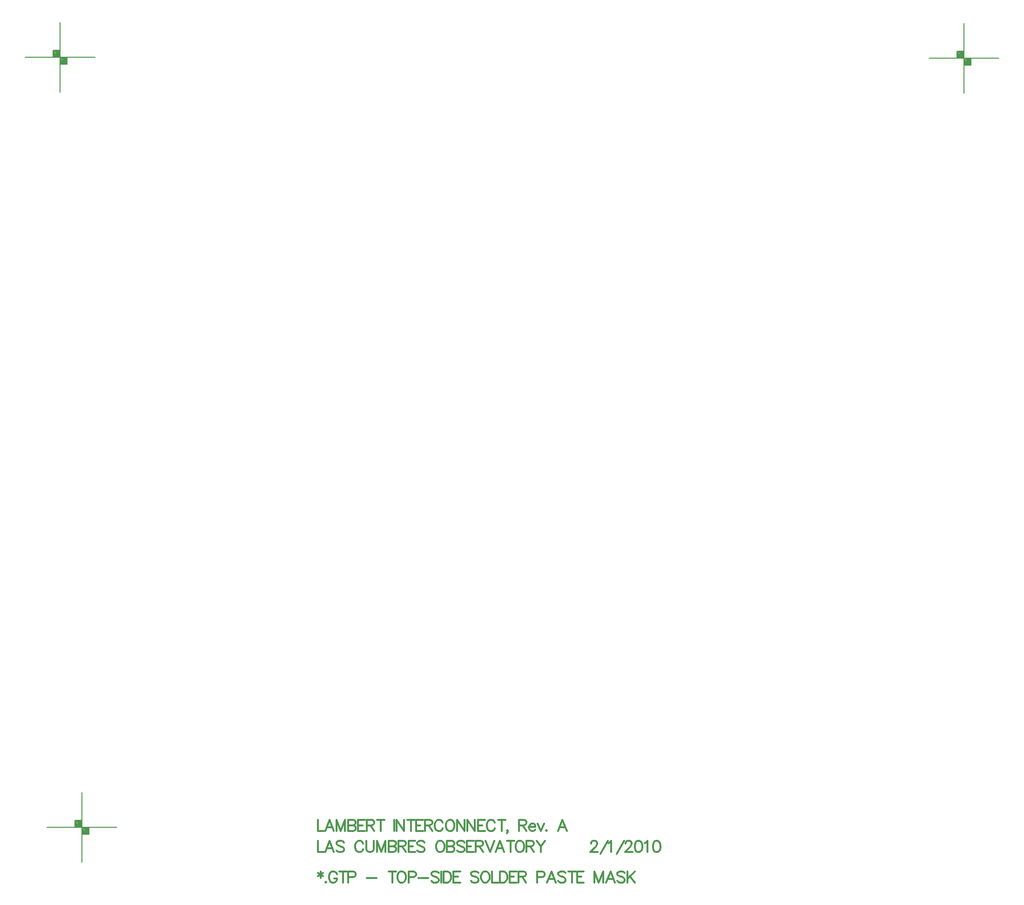
<source format=gtp>
%FSLAX25Y25*%
%MOIN*%
G70*
G01*
G75*
G04 Layer_Color=8421504*
%ADD10C,0.01000*%
%ADD11C,0.03000*%
%ADD12C,0.01201*%
%ADD13C,0.00800*%
%ADD14C,0.01200*%
%ADD15C,0.01201*%
%ADD16R,0.05906X0.05906*%
%ADD17C,0.05906*%
%ADD18C,0.27559*%
%ADD19R,0.05906X0.05906*%
%ADD20R,0.12000X0.12000*%
%ADD21C,0.12000*%
%ADD22C,0.25000*%
%ADD23R,0.06200X0.06200*%
%ADD24C,0.06200*%
%ADD25C,0.02400*%
%ADD26C,0.04000*%
%ADD27C,0.07543*%
%ADD28C,0.19748*%
G04:AMPARAMS|DCode=29|XSize=95.433mil|YSize=95.433mil|CornerRadius=0mil|HoleSize=0mil|Usage=FLASHONLY|Rotation=0.000|XOffset=0mil|YOffset=0mil|HoleType=Round|Shape=Relief|Width=10mil|Gap=10mil|Entries=4|*
%AMTHD29*
7,0,0,0.09543,0.07543,0.01000,45*
%
%ADD29THD29*%
%ADD30C,0.11000*%
G04:AMPARAMS|DCode=31|XSize=130mil|YSize=130mil|CornerRadius=0mil|HoleSize=0mil|Usage=FLASHONLY|Rotation=0.000|XOffset=0mil|YOffset=0mil|HoleType=Round|Shape=Relief|Width=10mil|Gap=10mil|Entries=4|*
%AMTHD31*
7,0,0,0.13000,0.11000,0.01000,45*
%
%ADD31THD31*%
%ADD32C,0.16000*%
%ADD33C,0.07500*%
G04:AMPARAMS|DCode=34|XSize=95mil|YSize=95mil|CornerRadius=0mil|HoleSize=0mil|Usage=FLASHONLY|Rotation=0.000|XOffset=0mil|YOffset=0mil|HoleType=Round|Shape=Relief|Width=10mil|Gap=10mil|Entries=4|*
%AMTHD34*
7,0,0,0.09500,0.07500,0.01000,45*
%
%ADD34THD34*%
%ADD35C,0.05000*%
%ADD36C,0.00500*%
%ADD37C,0.00787*%
%ADD38R,0.18504X0.26378*%
D13*
X-207028Y-72528D02*
X-157028D01*
X-182028Y-97528D02*
Y-47528D01*
X-187028Y-67528D02*
X-187028Y-72528D01*
X-187028Y-67528D02*
X-182028Y-67528D01*
X-177028Y-72528D02*
X-177028Y-77528D01*
X-182028Y-77528D02*
X-177028Y-77528D01*
X-181528Y-73028D02*
X-177528D01*
Y-77028D02*
Y-73028D01*
X-181528Y-77028D02*
X-177528D01*
X-181528D02*
Y-73028D01*
X-181028Y-73528D02*
X-178028D01*
Y-76528D02*
Y-73528D01*
X-181028Y-76528D02*
X-178028D01*
X-181028D02*
Y-74028D01*
X-180528D02*
X-178528D01*
X-178528Y-76028D01*
X-180528Y-76028D02*
X-178528Y-76028D01*
X-180528Y-76028D02*
Y-74528D01*
X-180028Y-74528D02*
X-179028Y-74528D01*
Y-75528D02*
Y-74528D01*
X-180028Y-75528D02*
X-179028D01*
X-180028D02*
X-180028Y-74528D01*
Y-75028D02*
X-179028D01*
X-186528Y-68028D02*
X-182528D01*
Y-72028D02*
Y-68028D01*
X-186528Y-72028D02*
X-182528D01*
X-186528D02*
Y-68028D01*
X-186028Y-68528D02*
X-183028D01*
Y-71528D02*
Y-68528D01*
X-186028Y-71528D02*
X-183028D01*
X-186028D02*
Y-69028D01*
X-185528D02*
X-183528Y-69028D01*
Y-71028D02*
Y-69028D01*
X-185528Y-71028D02*
X-183528D01*
X-185528D02*
Y-69528D01*
X-185028D02*
X-184028D01*
X-184028Y-70528D02*
X-184028Y-69528D01*
X-185028Y-70528D02*
X-184028Y-70528D01*
X-185028Y-70528D02*
Y-69528D01*
Y-70028D02*
X-184028D01*
X-222728Y479172D02*
X-172728D01*
X-197728Y454172D02*
Y504172D01*
X-202728Y484172D02*
X-202728Y479172D01*
X-202728Y484172D02*
X-197728Y484172D01*
X-192728Y479172D02*
X-192728Y474172D01*
X-197728Y474172D02*
X-192728Y474172D01*
X-197228Y478672D02*
X-193228D01*
Y474672D02*
Y478672D01*
X-197228Y474672D02*
X-193228D01*
X-197228D02*
Y478672D01*
X-196728Y478172D02*
X-193728D01*
Y475172D02*
Y478172D01*
X-196728Y475172D02*
X-193728D01*
X-196728D02*
Y477672D01*
X-196228D02*
X-194228D01*
X-194228Y475672D01*
X-196228Y475672D02*
X-194228Y475672D01*
X-196228Y475672D02*
Y477172D01*
X-195728Y477172D02*
X-194728Y477172D01*
Y476172D02*
Y477172D01*
X-195728Y476172D02*
X-194728D01*
X-195728D02*
X-195728Y477172D01*
Y476672D02*
X-194728D01*
X-202228Y483672D02*
X-198228D01*
Y479672D02*
Y483672D01*
X-202228Y479672D02*
X-198228D01*
X-202228D02*
Y483672D01*
X-201728Y483172D02*
X-198728D01*
Y480172D02*
Y483172D01*
X-201728Y480172D02*
X-198728D01*
X-201728D02*
Y482672D01*
X-201228D02*
X-199228Y482672D01*
Y480672D02*
Y482672D01*
X-201227Y480672D02*
X-199228D01*
X-201227D02*
Y482172D01*
X-200728D02*
X-199727D01*
X-199728Y481172D02*
X-199727Y482172D01*
X-200728Y481172D02*
X-199728Y481172D01*
X-200728Y481172D02*
Y482172D01*
Y481672D02*
X-199728D01*
X424872Y478372D02*
X474872D01*
X449872Y453372D02*
Y503372D01*
X444872Y483372D02*
X444873Y478372D01*
X444872Y483372D02*
X449872Y483372D01*
X454872Y478372D02*
X454872Y473372D01*
X449872Y473372D02*
X454872Y473372D01*
X450372Y477872D02*
X454372D01*
Y473872D02*
Y477872D01*
X450372Y473872D02*
X454372D01*
X450372D02*
Y477872D01*
X450872Y477372D02*
X453872D01*
Y474372D02*
Y477372D01*
X450872Y474372D02*
X453872D01*
X450872D02*
Y476872D01*
X451372D02*
X453372D01*
X453372Y474872D01*
X451372Y474872D02*
X453372Y474872D01*
X451372Y474872D02*
Y476372D01*
X451872Y476372D02*
X452872Y476372D01*
Y475372D02*
Y476372D01*
X451872Y475372D02*
X452872D01*
X451872D02*
X451872Y476372D01*
Y475872D02*
X452872D01*
X445372Y482872D02*
X449372D01*
Y478872D02*
Y482872D01*
X445372Y478872D02*
X449372D01*
X445372D02*
Y482872D01*
X445872Y482372D02*
X448872D01*
Y479372D02*
Y482372D01*
X445872Y479372D02*
X448872D01*
X445872D02*
Y481872D01*
X446372D02*
X448372Y481872D01*
Y479872D02*
Y481872D01*
X446373Y479872D02*
X448372D01*
X446373D02*
Y481372D01*
X446872D02*
X447872D01*
X447872Y480372D02*
X447872Y481372D01*
X446872Y480372D02*
X447872Y480372D01*
X446872Y480372D02*
Y481372D01*
Y480872D02*
X447872D01*
D14*
X-11088Y-104206D02*
Y-108777D01*
X-12992Y-105349D02*
X-9183Y-107634D01*
Y-105349D02*
X-12992Y-107634D01*
X-7165Y-111443D02*
X-7546Y-111824D01*
X-7165Y-112205D01*
X-6784Y-111824D01*
X-7165Y-111443D01*
X681Y-106111D02*
X300Y-105349D01*
X-461Y-104587D01*
X-1223Y-104206D01*
X-2747D01*
X-3508Y-104587D01*
X-4270Y-105349D01*
X-4651Y-106111D01*
X-5032Y-107253D01*
Y-109158D01*
X-4651Y-110300D01*
X-4270Y-111062D01*
X-3508Y-111824D01*
X-2747Y-112205D01*
X-1223D01*
X-461Y-111824D01*
X300Y-111062D01*
X681Y-110300D01*
Y-109158D01*
X-1223D02*
X681D01*
X5175Y-104206D02*
Y-112205D01*
X2509Y-104206D02*
X7841D01*
X8794Y-108396D02*
X12222D01*
X13364Y-108015D01*
X13745Y-107634D01*
X14126Y-106872D01*
Y-105730D01*
X13745Y-104968D01*
X13364Y-104587D01*
X12222Y-104206D01*
X8794D01*
Y-112205D01*
X22200Y-108777D02*
X29056D01*
X40368Y-104206D02*
Y-112205D01*
X37702Y-104206D02*
X43034D01*
X46271D02*
X45510Y-104587D01*
X44748Y-105349D01*
X44367Y-106111D01*
X43986Y-107253D01*
Y-109158D01*
X44367Y-110300D01*
X44748Y-111062D01*
X45510Y-111824D01*
X46271Y-112205D01*
X47795D01*
X48557Y-111824D01*
X49318Y-111062D01*
X49699Y-110300D01*
X50080Y-109158D01*
Y-107253D01*
X49699Y-106111D01*
X49318Y-105349D01*
X48557Y-104587D01*
X47795Y-104206D01*
X46271D01*
X51946Y-108396D02*
X55374D01*
X56517Y-108015D01*
X56898Y-107634D01*
X57279Y-106872D01*
Y-105730D01*
X56898Y-104968D01*
X56517Y-104587D01*
X55374Y-104206D01*
X51946D01*
Y-112205D01*
X59069Y-108777D02*
X65924D01*
X73618Y-105349D02*
X72856Y-104587D01*
X71714Y-104206D01*
X70190D01*
X69047Y-104587D01*
X68286Y-105349D01*
Y-106111D01*
X68667Y-106872D01*
X69047Y-107253D01*
X69809Y-107634D01*
X72094Y-108396D01*
X72856Y-108777D01*
X73237Y-109158D01*
X73618Y-109920D01*
Y-111062D01*
X72856Y-111824D01*
X71714Y-112205D01*
X70190D01*
X69047Y-111824D01*
X68286Y-111062D01*
X75408Y-104206D02*
Y-112205D01*
X77084Y-104206D02*
Y-112205D01*
Y-104206D02*
X79750D01*
X80892Y-104587D01*
X81654Y-105349D01*
X82035Y-106111D01*
X82416Y-107253D01*
Y-109158D01*
X82035Y-110300D01*
X81654Y-111062D01*
X80892Y-111824D01*
X79750Y-112205D01*
X77084D01*
X89157Y-104206D02*
X84206D01*
Y-112205D01*
X89157D01*
X84206Y-108015D02*
X87253D01*
X102107Y-105349D02*
X101345Y-104587D01*
X100203Y-104206D01*
X98679D01*
X97537Y-104587D01*
X96775Y-105349D01*
Y-106111D01*
X97156Y-106872D01*
X97537Y-107253D01*
X98298Y-107634D01*
X100584Y-108396D01*
X101345Y-108777D01*
X101726Y-109158D01*
X102107Y-109920D01*
Y-111062D01*
X101345Y-111824D01*
X100203Y-112205D01*
X98679D01*
X97537Y-111824D01*
X96775Y-111062D01*
X106182Y-104206D02*
X105421Y-104587D01*
X104659Y-105349D01*
X104278Y-106111D01*
X103897Y-107253D01*
Y-109158D01*
X104278Y-110300D01*
X104659Y-111062D01*
X105421Y-111824D01*
X106182Y-112205D01*
X107706D01*
X108468Y-111824D01*
X109229Y-111062D01*
X109610Y-110300D01*
X109991Y-109158D01*
Y-107253D01*
X109610Y-106111D01*
X109229Y-105349D01*
X108468Y-104587D01*
X107706Y-104206D01*
X106182D01*
X111857D02*
Y-112205D01*
X116428D01*
X117304Y-104206D02*
Y-112205D01*
Y-104206D02*
X119970D01*
X121113Y-104587D01*
X121874Y-105349D01*
X122255Y-106111D01*
X122636Y-107253D01*
Y-109158D01*
X122255Y-110300D01*
X121874Y-111062D01*
X121113Y-111824D01*
X119970Y-112205D01*
X117304D01*
X129377Y-104206D02*
X124426D01*
Y-112205D01*
X129377D01*
X124426Y-108015D02*
X127473D01*
X130710Y-104206D02*
Y-112205D01*
Y-104206D02*
X134138D01*
X135281Y-104587D01*
X135662Y-104968D01*
X136043Y-105730D01*
Y-106492D01*
X135662Y-107253D01*
X135281Y-107634D01*
X134138Y-108015D01*
X130710D01*
X133377D02*
X136043Y-112205D01*
X144117Y-108396D02*
X147545D01*
X148688Y-108015D01*
X149068Y-107634D01*
X149449Y-106872D01*
Y-105730D01*
X149068Y-104968D01*
X148688Y-104587D01*
X147545Y-104206D01*
X144117D01*
Y-112205D01*
X157333D02*
X154286Y-104206D01*
X151239Y-112205D01*
X152382Y-109539D02*
X156191D01*
X164532Y-105349D02*
X163770Y-104587D01*
X162627Y-104206D01*
X161104D01*
X159961Y-104587D01*
X159200Y-105349D01*
Y-106111D01*
X159580Y-106872D01*
X159961Y-107253D01*
X160723Y-107634D01*
X163008Y-108396D01*
X163770Y-108777D01*
X164151Y-109158D01*
X164532Y-109920D01*
Y-111062D01*
X163770Y-111824D01*
X162627Y-112205D01*
X161104D01*
X159961Y-111824D01*
X159200Y-111062D01*
X168988Y-104206D02*
Y-112205D01*
X166322Y-104206D02*
X171654D01*
X177558D02*
X172606D01*
Y-112205D01*
X177558D01*
X172606Y-108015D02*
X175653D01*
X185175Y-104206D02*
Y-112205D01*
Y-104206D02*
X188222Y-112205D01*
X191269Y-104206D02*
X188222Y-112205D01*
X191269Y-104206D02*
Y-112205D01*
X199648D02*
X196601Y-104206D01*
X193554Y-112205D01*
X194697Y-109539D02*
X198505D01*
X206846Y-105349D02*
X206085Y-104587D01*
X204942Y-104206D01*
X203419D01*
X202276Y-104587D01*
X201514Y-105349D01*
Y-106111D01*
X201895Y-106872D01*
X202276Y-107253D01*
X203038Y-107634D01*
X205323Y-108396D01*
X206085Y-108777D01*
X206466Y-109158D01*
X206846Y-109920D01*
Y-111062D01*
X206085Y-111824D01*
X204942Y-112205D01*
X203419D01*
X202276Y-111824D01*
X201514Y-111062D01*
X208637Y-104206D02*
Y-112205D01*
X213969Y-104206D02*
X208637Y-109539D01*
X210541Y-107634D02*
X213969Y-112205D01*
X-13028Y-67283D02*
Y-75281D01*
X-8458D01*
X-1488D02*
X-4535Y-67283D01*
X-7582Y-75281D01*
X-6439Y-72615D02*
X-2631D01*
X378Y-67283D02*
Y-75281D01*
Y-67283D02*
X3425Y-75281D01*
X6472Y-67283D02*
X3425Y-75281D01*
X6472Y-67283D02*
Y-75281D01*
X8758Y-67283D02*
Y-75281D01*
Y-67283D02*
X12185D01*
X13328Y-67664D01*
X13709Y-68045D01*
X14090Y-68806D01*
Y-69568D01*
X13709Y-70330D01*
X13328Y-70711D01*
X12185Y-71092D01*
X8758D02*
X12185D01*
X13328Y-71472D01*
X13709Y-71853D01*
X14090Y-72615D01*
Y-73758D01*
X13709Y-74519D01*
X13328Y-74900D01*
X12185Y-75281D01*
X8758D01*
X20831Y-67283D02*
X15880D01*
Y-75281D01*
X20831D01*
X15880Y-71092D02*
X18927D01*
X22164Y-67283D02*
Y-75281D01*
Y-67283D02*
X25592D01*
X26735Y-67664D01*
X27115Y-68045D01*
X27496Y-68806D01*
Y-69568D01*
X27115Y-70330D01*
X26735Y-70711D01*
X25592Y-71092D01*
X22164D01*
X24830D02*
X27496Y-75281D01*
X31953Y-67283D02*
Y-75281D01*
X29286Y-67283D02*
X34619D01*
X41855D02*
Y-75281D01*
X43531Y-67283D02*
Y-75281D01*
Y-67283D02*
X48863Y-75281D01*
Y-67283D02*
Y-75281D01*
X53738Y-67283D02*
Y-75281D01*
X51072Y-67283D02*
X56404D01*
X62308D02*
X57357D01*
Y-75281D01*
X62308D01*
X57357Y-71092D02*
X60404D01*
X63641Y-67283D02*
Y-75281D01*
Y-67283D02*
X67069D01*
X68211Y-67664D01*
X68592Y-68045D01*
X68973Y-68806D01*
Y-69568D01*
X68592Y-70330D01*
X68211Y-70711D01*
X67069Y-71092D01*
X63641D01*
X66307D02*
X68973Y-75281D01*
X76476Y-69187D02*
X76095Y-68425D01*
X75334Y-67664D01*
X74572Y-67283D01*
X73048D01*
X72287Y-67664D01*
X71525Y-68425D01*
X71144Y-69187D01*
X70763Y-70330D01*
Y-72234D01*
X71144Y-73377D01*
X71525Y-74138D01*
X72287Y-74900D01*
X73048Y-75281D01*
X74572D01*
X75334Y-74900D01*
X76095Y-74138D01*
X76476Y-73377D01*
X81009Y-67283D02*
X80247Y-67664D01*
X79485Y-68425D01*
X79104Y-69187D01*
X78723Y-70330D01*
Y-72234D01*
X79104Y-73377D01*
X79485Y-74138D01*
X80247Y-74900D01*
X81009Y-75281D01*
X82532D01*
X83294Y-74900D01*
X84056Y-74138D01*
X84437Y-73377D01*
X84817Y-72234D01*
Y-70330D01*
X84437Y-69187D01*
X84056Y-68425D01*
X83294Y-67664D01*
X82532Y-67283D01*
X81009D01*
X86684D02*
Y-75281D01*
Y-67283D02*
X92016Y-75281D01*
Y-67283D02*
Y-75281D01*
X94225Y-67283D02*
Y-75281D01*
Y-67283D02*
X99557Y-75281D01*
Y-67283D02*
Y-75281D01*
X106717Y-67283D02*
X101766D01*
Y-75281D01*
X106717D01*
X101766Y-71092D02*
X104813D01*
X113763Y-69187D02*
X113383Y-68425D01*
X112621Y-67664D01*
X111859Y-67283D01*
X110336D01*
X109574Y-67664D01*
X108812Y-68425D01*
X108431Y-69187D01*
X108051Y-70330D01*
Y-72234D01*
X108431Y-73377D01*
X108812Y-74138D01*
X109574Y-74900D01*
X110336Y-75281D01*
X111859D01*
X112621Y-74900D01*
X113383Y-74138D01*
X113763Y-73377D01*
X118677Y-67283D02*
Y-75281D01*
X116011Y-67283D02*
X121343D01*
X123057Y-74900D02*
X122676Y-75281D01*
X122295Y-74900D01*
X122676Y-74519D01*
X123057Y-74900D01*
Y-75662D01*
X122676Y-76424D01*
X122295Y-76805D01*
X131093Y-67283D02*
Y-75281D01*
Y-67283D02*
X134521D01*
X135664Y-67664D01*
X136045Y-68045D01*
X136425Y-68806D01*
Y-69568D01*
X136045Y-70330D01*
X135664Y-70711D01*
X134521Y-71092D01*
X131093D01*
X133759D02*
X136425Y-75281D01*
X138215Y-72234D02*
X142786D01*
Y-71472D01*
X142405Y-70711D01*
X142024Y-70330D01*
X141262Y-69949D01*
X140120D01*
X139358Y-70330D01*
X138596Y-71092D01*
X138215Y-72234D01*
Y-72996D01*
X138596Y-74138D01*
X139358Y-74900D01*
X140120Y-75281D01*
X141262D01*
X142024Y-74900D01*
X142786Y-74138D01*
X144500Y-69949D02*
X146785Y-75281D01*
X149070Y-69949D02*
X146785Y-75281D01*
X150746Y-74519D02*
X150365Y-74900D01*
X150746Y-75281D01*
X151127Y-74900D01*
X150746Y-74519D01*
X165257Y-75281D02*
X162210Y-67283D01*
X159163Y-75281D01*
X160306Y-72615D02*
X164115D01*
D15*
X-13028Y-82284D02*
Y-90283D01*
X-8458D01*
X-1488D02*
X-4535Y-82284D01*
X-7582Y-90283D01*
X-6439Y-87617D02*
X-2631D01*
X5711Y-83427D02*
X4949Y-82665D01*
X3806Y-82284D01*
X2283D01*
X1140Y-82665D01*
X378Y-83427D01*
Y-84189D01*
X759Y-84951D01*
X1140Y-85331D01*
X1902Y-85712D01*
X4187Y-86474D01*
X4949Y-86855D01*
X5330Y-87236D01*
X5711Y-87998D01*
Y-89140D01*
X4949Y-89902D01*
X3806Y-90283D01*
X2283D01*
X1140Y-89902D01*
X378Y-89140D01*
X19498Y-84189D02*
X19117Y-83427D01*
X18355Y-82665D01*
X17594Y-82284D01*
X16070D01*
X15308Y-82665D01*
X14547Y-83427D01*
X14166Y-84189D01*
X13785Y-85331D01*
Y-87236D01*
X14166Y-88378D01*
X14547Y-89140D01*
X15308Y-89902D01*
X16070Y-90283D01*
X17594D01*
X18355Y-89902D01*
X19117Y-89140D01*
X19498Y-88378D01*
X21745Y-82284D02*
Y-87998D01*
X22126Y-89140D01*
X22888Y-89902D01*
X24030Y-90283D01*
X24792D01*
X25935Y-89902D01*
X26697Y-89140D01*
X27077Y-87998D01*
Y-82284D01*
X29286D02*
Y-90283D01*
Y-82284D02*
X32333Y-90283D01*
X35380Y-82284D02*
X32333Y-90283D01*
X35380Y-82284D02*
Y-90283D01*
X37666Y-82284D02*
Y-90283D01*
Y-82284D02*
X41093D01*
X42236Y-82665D01*
X42617Y-83046D01*
X42998Y-83808D01*
Y-84570D01*
X42617Y-85331D01*
X42236Y-85712D01*
X41093Y-86093D01*
X37666D02*
X41093D01*
X42236Y-86474D01*
X42617Y-86855D01*
X42998Y-87617D01*
Y-88759D01*
X42617Y-89521D01*
X42236Y-89902D01*
X41093Y-90283D01*
X37666D01*
X44788Y-82284D02*
Y-90283D01*
Y-82284D02*
X48216D01*
X49358Y-82665D01*
X49739Y-83046D01*
X50120Y-83808D01*
Y-84570D01*
X49739Y-85331D01*
X49358Y-85712D01*
X48216Y-86093D01*
X44788D01*
X47454D02*
X50120Y-90283D01*
X56861Y-82284D02*
X51910D01*
Y-90283D01*
X56861D01*
X51910Y-86093D02*
X54957D01*
X63527Y-83427D02*
X62765Y-82665D01*
X61622Y-82284D01*
X60099D01*
X58956Y-82665D01*
X58195Y-83427D01*
Y-84189D01*
X58575Y-84951D01*
X58956Y-85331D01*
X59718Y-85712D01*
X62003Y-86474D01*
X62765Y-86855D01*
X63146Y-87236D01*
X63527Y-87998D01*
Y-89140D01*
X62765Y-89902D01*
X61622Y-90283D01*
X60099D01*
X58956Y-89902D01*
X58195Y-89140D01*
X73886Y-82284D02*
X73125Y-82665D01*
X72363Y-83427D01*
X71982Y-84189D01*
X71601Y-85331D01*
Y-87236D01*
X71982Y-88378D01*
X72363Y-89140D01*
X73125Y-89902D01*
X73886Y-90283D01*
X75410D01*
X76172Y-89902D01*
X76933Y-89140D01*
X77314Y-88378D01*
X77695Y-87236D01*
Y-85331D01*
X77314Y-84189D01*
X76933Y-83427D01*
X76172Y-82665D01*
X75410Y-82284D01*
X73886D01*
X79561D02*
Y-90283D01*
Y-82284D02*
X82989D01*
X84132Y-82665D01*
X84513Y-83046D01*
X84894Y-83808D01*
Y-84570D01*
X84513Y-85331D01*
X84132Y-85712D01*
X82989Y-86093D01*
X79561D02*
X82989D01*
X84132Y-86474D01*
X84513Y-86855D01*
X84894Y-87617D01*
Y-88759D01*
X84513Y-89521D01*
X84132Y-89902D01*
X82989Y-90283D01*
X79561D01*
X92016Y-83427D02*
X91254Y-82665D01*
X90111Y-82284D01*
X88588D01*
X87445Y-82665D01*
X86684Y-83427D01*
Y-84189D01*
X87064Y-84951D01*
X87445Y-85331D01*
X88207Y-85712D01*
X90492Y-86474D01*
X91254Y-86855D01*
X91635Y-87236D01*
X92016Y-87998D01*
Y-89140D01*
X91254Y-89902D01*
X90111Y-90283D01*
X88588D01*
X87445Y-89902D01*
X86684Y-89140D01*
X98757Y-82284D02*
X93806D01*
Y-90283D01*
X98757D01*
X93806Y-86093D02*
X96853D01*
X100090Y-82284D02*
Y-90283D01*
Y-82284D02*
X103518D01*
X104661Y-82665D01*
X105042Y-83046D01*
X105422Y-83808D01*
Y-84570D01*
X105042Y-85331D01*
X104661Y-85712D01*
X103518Y-86093D01*
X100090D01*
X102756D02*
X105422Y-90283D01*
X107212Y-82284D02*
X110259Y-90283D01*
X113306Y-82284D02*
X110259Y-90283D01*
X120429D02*
X117382Y-82284D01*
X114335Y-90283D01*
X115477Y-87617D02*
X119286D01*
X124961Y-82284D02*
Y-90283D01*
X122295Y-82284D02*
X127627D01*
X130865D02*
X130103Y-82665D01*
X129341Y-83427D01*
X128960Y-84189D01*
X128579Y-85331D01*
Y-87236D01*
X128960Y-88378D01*
X129341Y-89140D01*
X130103Y-89902D01*
X130865Y-90283D01*
X132388D01*
X133150Y-89902D01*
X133912Y-89140D01*
X134292Y-88378D01*
X134673Y-87236D01*
Y-85331D01*
X134292Y-84189D01*
X133912Y-83427D01*
X133150Y-82665D01*
X132388Y-82284D01*
X130865D01*
X136540D02*
Y-90283D01*
Y-82284D02*
X139967D01*
X141110Y-82665D01*
X141491Y-83046D01*
X141872Y-83808D01*
Y-84570D01*
X141491Y-85331D01*
X141110Y-85712D01*
X139967Y-86093D01*
X136540D01*
X139206D02*
X141872Y-90283D01*
X143662Y-82284D02*
X146709Y-86093D01*
Y-90283D01*
X149756Y-82284D02*
X146709Y-86093D01*
X182587Y-84189D02*
Y-83808D01*
X182968Y-83046D01*
X183349Y-82665D01*
X184110Y-82284D01*
X185634D01*
X186396Y-82665D01*
X186776Y-83046D01*
X187157Y-83808D01*
Y-84570D01*
X186776Y-85331D01*
X186015Y-86474D01*
X182206Y-90283D01*
X187538D01*
X189328Y-91425D02*
X194660Y-82284D01*
X195194Y-83808D02*
X195955Y-83427D01*
X197098Y-82284D01*
Y-90283D01*
X201059Y-91425D02*
X206391Y-82284D01*
X207305Y-84189D02*
Y-83808D01*
X207686Y-83046D01*
X208067Y-82665D01*
X208829Y-82284D01*
X210352D01*
X211114Y-82665D01*
X211495Y-83046D01*
X211876Y-83808D01*
Y-84570D01*
X211495Y-85331D01*
X210733Y-86474D01*
X206925Y-90283D01*
X212257D01*
X216332Y-82284D02*
X215189Y-82665D01*
X214428Y-83808D01*
X214047Y-85712D01*
Y-86855D01*
X214428Y-88759D01*
X215189Y-89902D01*
X216332Y-90283D01*
X217094D01*
X218236Y-89902D01*
X218998Y-88759D01*
X219379Y-86855D01*
Y-85712D01*
X218998Y-83808D01*
X218236Y-82665D01*
X217094Y-82284D01*
X216332D01*
X221169Y-83808D02*
X221931Y-83427D01*
X223073Y-82284D01*
Y-90283D01*
X229320Y-82284D02*
X228177Y-82665D01*
X227415Y-83808D01*
X227034Y-85712D01*
Y-86855D01*
X227415Y-88759D01*
X228177Y-89902D01*
X229320Y-90283D01*
X230081D01*
X231224Y-89902D01*
X231986Y-88759D01*
X232367Y-86855D01*
Y-85712D01*
X231986Y-83808D01*
X231224Y-82665D01*
X230081Y-82284D01*
X229320D01*
M02*

</source>
